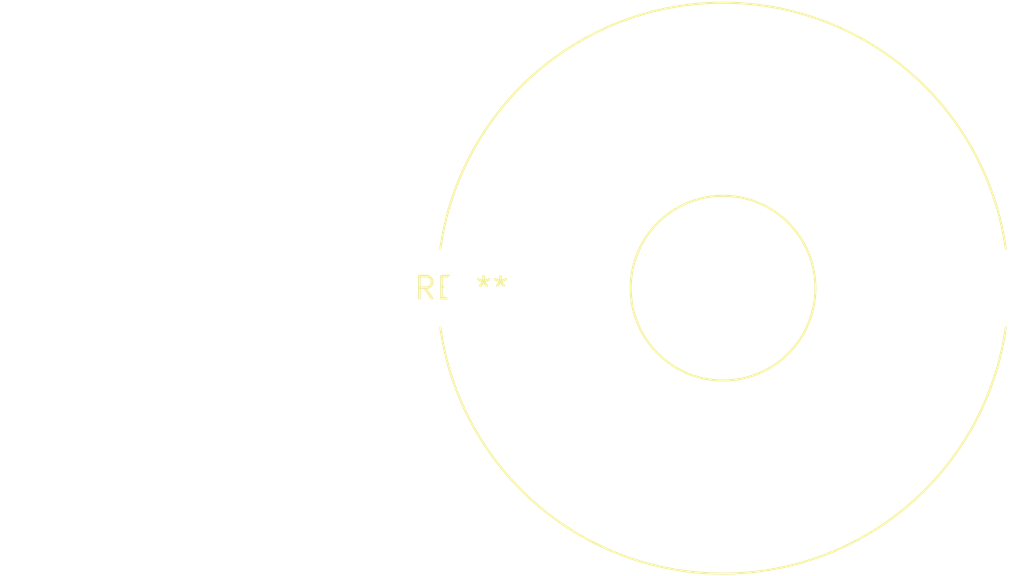
<source format=kicad_pcb>
(kicad_pcb (version 20240108) (generator pcbnew)
  (layers (0 "F.Cu" signal) (31 "B.Cu" signal) (34 "B.Paste" user) (35 "F.Paste" user) (36 "B.SilkS" user "B.Silkscreen") (37 "F.SilkS" user "F.Silkscreen") (38 "B.Mask" user) (39 "F.Mask" user) (44 "Edge.Cuts" user))
  (net 0 "")
  (footprint "L_Toroid_Horizontal_D32.5mm_P30.00mm_Bourns_2300" (layer "F.Cu") (at 0 0)
    (property "Reference" "REF**")
    (property "Value" "L_Toroid_Horizontal_D32.5mm_P30.00mm_Bourns_2300")
    (fp_arc (start -1.213245 -2.26) (mid 15 -16.37) (end 31.213245 -2.26) (layer "F.SilkS") (stroke (width 0.12)))
    (fp_arc (start 31.213245 2.26) (mid 15 16.37) (end -1.213245 2.26) (layer "F.SilkS") (stroke (width 0.12)))
    (fp_circle (center 15 0) (end 20.296667 0) (layer "F.SilkS") (stroke (width 0.12)) (fill none))
    (pad "1" thru_hole circle (at 0 0) (size 4 4) (drill 2) (layers *.Cu *.Mask) (remove_unused_layers))
    (pad "2" thru_hole circle (at 30 0) (size 4 4) (drill 2) (layers *.Cu *.Mask) (remove_unused_layers))
  )
)
</source>
